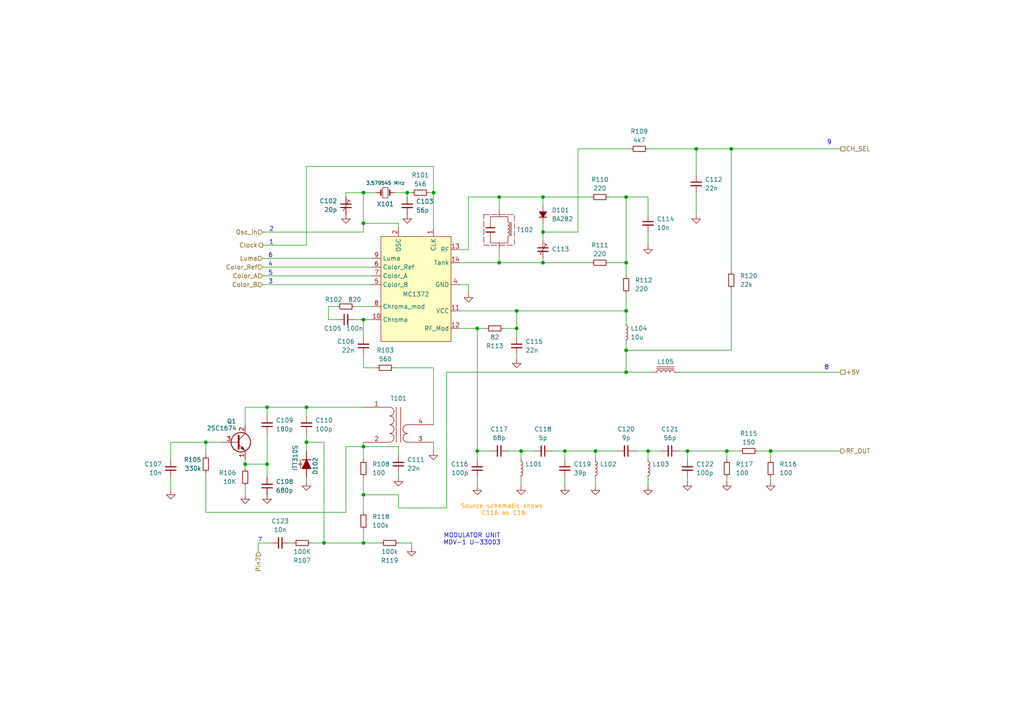
<source format=kicad_sch>
(kicad_sch (version 20231120) (generator "eeschema") (generator_version "8.0")
  (paper "A4")
  (lib_symbols
    (symbol "Device:C_Small" (pin_numbers hide) (pin_names (offset 0.254) hide)
      (property "Reference" "C" (at 0.254 1.778 0))
      (property "Value" "C_Small" (at 0.254 -2.032 0))
      (symbol "C_Small_0_1"
        (polyline (pts (xy -1.524 -0.508) (xy 1.524 -0.508)) (stroke (width 0.3302)))
        (polyline (pts (xy -1.524 0.508) (xy 1.524 0.508)) (stroke (width 0.3048)))
      )
      (symbol "C_Small_1_1"
        (pin passive line (at 0 2.54 270) (length 2.032) (name "~") (number "1"))
        (pin passive line (at 0 -2.54 90) (length 2.032) (name "~") (number "2"))
      )
    )
    (symbol "Device:C_Trim_Small" (pin_numbers hide) (pin_names (offset 0.254) hide)
      (property "Reference" "C" (at 1.524 -2.032 0))
      (property "Value" "C_Trim_Small" (at 3.048 -3.556 0))
      (symbol "C_Trim_Small_0_1"
        (polyline (pts (xy -1.524 -0.508) (xy 1.524 -0.508)) (stroke (width 0.3048)))
        (polyline (pts (xy -1.524 0.508) (xy 1.524 0.508)) (stroke (width 0.3048)))
        (polyline (pts (xy 0.762 1.524) (xy -0.762 -1.524)) (stroke (width 0.1778)))
        (polyline (pts (xy 1.27 1.27) (xy 0.381 1.778)) (stroke (width 0.1778)))
      )
      (symbol "C_Trim_Small_1_1"
        (pin passive line (at 0 2.54 270) (length 2.032) (name "~") (number "1"))
        (pin passive line (at 0 -2.54 90) (length 2.032) (name "~") (number "2"))
      )
    )
    (symbol "Device:Crystal_Small" (pin_numbers hide) (pin_names (offset 1.016) hide)
      (property "Reference" "Y" (at 0 2.54 0))
      (property "Value" "Crystal_Small" (at 0 -2.54 0))
      (symbol "Crystal_Small_0_1"
        (rectangle (start -0.762 -1.524) (end 0.762 1.524))
        (polyline (pts (xy -1.27 -0.762) (xy -1.27 0.762)) (stroke (width 0.381)))
        (polyline (pts (xy 1.27 -0.762) (xy 1.27 0.762)) (stroke (width 0.381)))
      )
      (symbol "Crystal_Small_1_1"
        (pin passive line (at -2.54 0 0) (length 1.27) (name "1") (number "1"))
        (pin passive line (at 2.54 0 180) (length 1.27) (name "2") (number "2"))
      )
    )
    (symbol "Device:D_Capacitance_Filled" (pin_numbers hide) (pin_names (offset 1.016) hide)
      (property "Reference" "D" (at 0 2.54 0))
      (property "Value" "D_Capacitance_Filled" (at 0 -3.302 0))
      (symbol "D_Capacitance_Filled_0_1"
        (polyline (pts (xy -1.27 -1.778) (xy -0.1524 -1.778)))
        (polyline (pts (xy -1.27 0) (xy 1.27 0)))
        (polyline (pts (xy -1.27 1.27) (xy -1.27 -1.27)) (stroke (width 0.254)))
        (polyline (pts (xy -0.1524 -1.27) (xy -0.1524 -2.286)))
        (polyline (pts (xy 0.1524 -1.778) (xy 1.27 -1.778)))
        (polyline (pts (xy 0.1524 -1.27) (xy 0.1524 -2.286)))
        (polyline (pts (xy 1.27 1.27) (xy 1.27 -1.27) (xy -1.27 0) (xy 1.27 1.27)) (stroke (width 0.254)) (fill (type outline)))
      )
      (symbol "D_Capacitance_Filled_1_1"
        (pin passive line (at -3.81 0 0) (length 2.54) (name "K") (number "1"))
        (pin passive line (at 3.81 0 180) (length 2.54) (name "A") (number "2"))
      )
    )
    (symbol "Device:D_Small_Filled" (pin_numbers hide) (pin_names (offset 0.254) hide)
      (property "Reference" "D" (at -1.27 2.032 0))
      (property "Value" "D_Small_Filled" (at -3.81 -2.032 0))
      (symbol "D_Small_Filled_0_1"
        (polyline (pts (xy -0.762 -1.016) (xy -0.762 1.016)) (stroke (width 0.254)))
        (polyline (pts (xy -0.762 0) (xy 0.762 0)))
        (polyline (pts (xy 0.762 -1.016) (xy -0.762 0) (xy 0.762 1.016) (xy 0.762 -1.016)) (stroke (width 0.254)) (fill (type outline)))
      )
      (symbol "D_Small_Filled_1_1"
        (pin passive line (at -2.54 0 0) (length 1.778) (name "K") (number "1"))
        (pin passive line (at 2.54 0 180) (length 1.778) (name "A") (number "2"))
      )
    )
    (symbol "Device:L_Ferrite_Small" (pin_numbers hide) (pin_names (offset 0.254) hide)
      (property "Reference" "T102" (at 5.08 -0.6349 0))
      (symbol "L_Ferrite_Small_0_1"
        (polyline (pts (xy -3.81 -1.27) (xy -1.27 -1.27)) (stroke (width 0.3302)))
        (polyline (pts (xy -3.81 0) (xy -1.27 0)) (stroke (width 0.3048)))
        (polyline (pts (xy 3.3042 -2.286) (xy 3.3042 -2.032)))
        (polyline (pts (xy 3.3042 -1.778) (xy 3.3042 -1.524)))
        (polyline (pts (xy 3.3042 -1.27) (xy 3.3042 -1.016)))
        (polyline (pts (xy 3.3042 -0.762) (xy 3.3042 -0.508)))
        (polyline (pts (xy 3.3042 -0.254) (xy 3.3042 0)))
        (polyline (pts (xy 3.3042 0.254) (xy 3.3042 0.508)))
        (polyline (pts (xy 3.3042 0.762) (xy 3.3042 1.016)))
        (polyline (pts (xy 3.3042 1.27) (xy 3.3042 1.524)))
        (polyline (pts (xy 3.5582 -2.032) (xy 3.5582 -2.286)))
        (polyline (pts (xy 3.5582 -1.524) (xy 3.5582 -1.778)))
        (polyline (pts (xy 3.5582 -1.016) (xy 3.5582 -1.27)))
        (polyline (pts (xy 3.5582 -0.508) (xy 3.5582 -0.762)))
        (polyline (pts (xy 3.5582 0) (xy 3.5582 -0.254)))
        (polyline (pts (xy 3.5582 0.508) (xy 3.5582 0.254)))
        (polyline (pts (xy 3.5582 1.016) (xy 3.5582 0.762)))
        (polyline (pts (xy 3.5582 1.524) (xy 3.5582 1.27)))
        (polyline (pts (xy 2.54 -2.54) (xy 2.54 -4.445) (xy -2.54 -4.445) (xy -2.54 -1.27)))
        (polyline (pts (xy -2.54 0) (xy -2.54 3.175) (xy 1.27 3.175) (xy 2.54 3.175) (xy 2.54 1.778)))
        (arc (start 2.5422 -2.413) (mid 3.048 -1.905) (end 2.5422 -1.397))
        (arc (start 2.5422 -1.397) (mid 3.048 -0.889) (end 2.5422 -0.381))
        (arc (start 2.5422 -0.381) (mid 3.048 0.127) (end 2.5422 0.635))
        (arc (start 2.5422 0.635) (mid 3.048 1.143) (end 2.5422 1.651))
      )
      (symbol "L_Ferrite_Small_1_1"
        (rectangle (start -4.445 3.81) (end 4.445 -5.08) (stroke (width 0) (type dash)))
        (pin passive line (at 0 5.08 270) (length 1.905) (name "~") (number "1"))
        (pin passive line (at 0 -6.35 90) (length 1.905) (name "~") (number "2"))
      )
    )
    (symbol "Device:L_Iron" (pin_numbers hide) (pin_names (offset 1.016) hide)
      (property "Reference" "L" (at -1.27 0 90))
      (property "Value" "L_Iron" (at 2.794 0 90))
      (symbol "L_Iron_0_1"
        (arc (start 0 -2.54) (mid 0.6323 -1.905) (end 0 -1.27))
        (arc (start 0 -1.27) (mid 0.6323 -0.635) (end 0 0))
        (polyline (pts (xy 1.016 2.54) (xy 1.016 -2.54)))
        (polyline (pts (xy 1.524 -2.54) (xy 1.524 2.54)))
        (arc (start 0 0) (mid 0.6323 0.635) (end 0 1.27))
        (arc (start 0 1.27) (mid 0.6323 1.905) (end 0 2.54))
      )
      (symbol "L_Iron_1_1"
        (pin passive line (at 0 3.81 270) (length 1.27) (name "1") (number "1"))
        (pin passive line (at 0 -3.81 90) (length 1.27) (name "2") (number "2"))
      )
    )
    (symbol "Device:L_Small" (pin_numbers hide) (pin_names (offset 0.254) hide)
      (property "Reference" "L" (at 0.762 1.016 0))
      (property "Value" "L_Small" (at 0.762 -1.016 0))
      (symbol "L_Small_0_1"
        (arc (start 0 -2.032) (mid 0.5058 -1.524) (end 0 -1.016))
        (arc (start 0 -1.016) (mid 0.5058 -0.508) (end 0 0))
        (arc (start 0 0) (mid 0.5058 0.508) (end 0 1.016))
        (arc (start 0 1.016) (mid 0.5058 1.524) (end 0 2.032))
      )
      (symbol "L_Small_1_1"
        (pin passive line (at 0 2.54 270) (length 0.508) (name "~") (number "1"))
        (pin passive line (at 0 -2.54 90) (length 0.508) (name "~") (number "2"))
      )
    )
    (symbol "Device:Q_NPN_ECB" (pin_names (offset 0) hide)
      (property "Reference" "Q" (at 5.08 1.27 0))
      (property "Value" "Q_NPN_ECB" (at 5.08 -1.27 0))
      (symbol "Q_NPN_ECB_0_1"
        (polyline (pts (xy 0.635 0.635) (xy 2.54 2.54)))
        (polyline (pts (xy 0.635 -0.635) (xy 2.54 -2.54) (xy 2.54 -2.54)))
        (polyline (pts (xy 0.635 1.905) (xy 0.635 -1.905) (xy 0.635 -1.905)) (stroke (width 0.508)))
        (polyline (pts (xy 1.27 -1.778) (xy 1.778 -1.27) (xy 2.286 -2.286) (xy 1.27 -1.778) (xy 1.27 -1.778)) (fill (type outline)))
        (circle (center 1.27 0) (radius 2.8194) (stroke (width 0.254)))
      )
      (symbol "Q_NPN_ECB_1_1"
        (pin passive line (at 2.54 -5.08 90) (length 2.54) (name "E") (number "1"))
        (pin passive line (at 2.54 5.08 270) (length 2.54) (name "C") (number "2"))
        (pin passive line (at -5.08 0 0) (length 5.715) (name "B") (number "3"))
      )
    )
    (symbol "Device:R_Small" (pin_numbers hide) (pin_names (offset 0.254) hide)
      (property "Reference" "R" (at 0.762 0.508 0))
      (property "Value" "R_Small" (at 0.762 -1.016 0))
      (symbol "R_Small_0_1"
        (rectangle (start -0.762 1.778) (end 0.762 -1.778) (stroke (width 0.2032)))
      )
      (symbol "R_Small_1_1"
        (pin passive line (at 0 2.54 270) (length 0.762) (name "~") (number "1"))
        (pin passive line (at 0 -2.54 90) (length 0.762) (name "~") (number "2"))
      )
    )
    (symbol "Device:Transformer_1P_1S" (pin_names (offset 1.016) hide)
      (property "Reference" "T?" (at 0.0127 10.16 0))
      (property "Value" "Transformer_1P_1S" (at 0.0127 7.62 0))
      (symbol "Transformer_1P_1S_0_1"
        (arc (start -2.54 -5.0546) (mid -1.6599 -4.6901) (end -1.27 -3.81))
        (arc (start -2.54 -2.5146) (mid -1.6599 -2.1501) (end -1.27 -1.27))
        (arc (start -2.54 0.0254) (mid -1.6599 0.3899) (end -1.27 1.27))
        (arc (start -2.54 2.5654) (mid -1.6599 2.9299) (end -1.27 3.81))
        (arc (start -1.27 -3.81) (mid -1.642 -2.912) (end -2.54 -2.54))
        (arc (start -1.27 -1.27) (mid -1.642 -0.372) (end -2.54 0))
        (arc (start -1.27 1.27) (mid -1.642 2.168) (end -2.54 2.54))
        (arc (start -1.27 3.81) (mid -1.642 4.708) (end -2.54 5.08))
        (polyline (pts (xy -0.635 5.08) (xy -0.635 -5.08)))
        (polyline (pts (xy 0.635 -5.08) (xy 0.635 5.08)))
        (arc (start 1.2954 -1.27) (mid 1.6599 -2.1501) (end 2.54 -2.5146))
        (arc (start 1.3208 -3.81) (mid 1.6853 -4.6901) (end 2.5654 -5.0546))
        (arc (start 2.54 0) (mid 1.6458 -0.3685) (end 1.2954 -1.27))
        (arc (start 2.5654 -2.54) (mid 1.6674 -2.912) (end 1.3208 -3.81))
      )
      (symbol "Transformer_1P_1S_1_1"
        (pin passive line (at -10.16 5.08 0) (length 7.62) (name "AA") (number "1"))
        (pin passive line (at -10.16 -5.08 0) (length 7.62) (name "AB") (number "2"))
        (pin passive line (at 10.16 -5.08 180) (length 7.62) (name "SA") (number "3"))
        (pin passive line (at 10.16 0 180) (length 7.62) (name "SB") (number "4"))
      )
    )
    (symbol "TRS-80 MC-10 Symbols:MC1372"
      (property "Reference" "U" (at 6.35 14.478 0))
      (property "Value" "MC1372" (at 9.398 12.7 0))
      (symbol "MC1372_0_1"
        (rectangle (start -10.16 11.43) (end 10.16 -19.05) (fill (type background)))
      )
      (symbol "MC1372_1_1"
        (pin output line (at 5.08 13.97 270) (length 2.54) (name "CLK") (number "1"))
        (pin input line (at -12.7 -12.7 0) (length 2.54) (name "Chroma") (number "10"))
        (pin power_in line (at 12.7 -10.16 180) (length 2.54) (name "VCC") (number "11"))
        (pin output line (at 12.7 -15.24 180) (length 2.54) (name "RF_Mod") (number "12"))
        (pin passive line (at 12.7 7.62 180) (length 2.54) (name "RF") (number "13"))
        (pin passive line (at 12.7 3.81 180) (length 2.54) (name "Tank") (number "14"))
        (pin input line (at -5.08 13.97 270) (length 2.54) (name "OSC") (number "2"))
        (pin power_in line (at 12.7 -2.54 180) (length 2.54) (name "GND") (number "4"))
        (pin input line (at -12.7 -2.54 0) (length 2.54) (name "Color_B") (number "5"))
        (pin input line (at -12.7 2.54 0) (length 2.54) (name "Color_Ref") (number "6"))
        (pin input line (at -12.7 0 0) (length 2.54) (name "Color_A") (number "7"))
        (pin output line (at -12.7 -8.89 0) (length 2.54) (name "Chroma_mod") (number "8"))
        (pin input line (at -12.7 5.08 0) (length 2.54) (name "Luma") (number "9"))
      )
    )
    (symbol "power:GND" (power) (pin_numbers hide) (pin_names (offset 0) hide)
      (property "Value" "GND" (at 0 -3.81 0))
      (symbol "GND_0_1"
        (polyline (pts (xy 0 0) (xy 0 -1.27) (xy 1.27 -1.27) (xy 0 -2.54) (xy -1.27 -1.27) (xy 0 -1.27)))
      )
      (symbol "GND_1_1"
        (pin power_in line (at 0 0 270) (length 0) (name "~") (number "1"))
      )
    )
  )
  (junction (at 105.41 143.51))
  (junction (at 88.9 128.27))
  (junction (at 212.09 43.18))
  (junction (at 187.96 130.81))
  (junction (at 59.69 128.27))
  (junction (at 181.61 90.17))
  (junction (at 138.43 95.25))
  (junction (at 71.12 134.62))
  (junction (at 105.41 92.71))
  (junction (at 199.39 130.81))
  (junction (at 157.48 76.2))
  (junction (at 157.48 57.15))
  (junction (at 105.41 157.48))
  (junction (at 93.98 157.48))
  (junction (at 77.47 134.62))
  (junction (at 172.72 130.81))
  (junction (at 77.47 118.11))
  (junction (at 181.61 107.95))
  (junction (at 118.11 55.88))
  (junction (at 149.86 90.17))
  (junction (at 88.9 118.11))
  (junction (at 105.41 129.54))
  (junction (at 157.48 67.31))
  (junction (at 201.93 43.18))
  (junction (at 151.13 130.81))
  (junction (at 138.43 130.81))
  (junction (at 144.78 57.15))
  (junction (at 105.41 64.77))
  (junction (at 210.82 130.81))
  (junction (at 149.86 95.25))
  (junction (at 181.61 57.15))
  (junction (at 105.41 55.88))
  (junction (at 181.61 101.6))
  (junction (at 144.78 76.2))
  (junction (at 163.83 130.81))
  (junction (at 223.52 130.81))
  (junction (at 125.73 55.88))
  (junction (at 181.61 76.2))
  (wire (pts (xy 138.43 130.81) (xy 138.43 133.35)))
  (wire (pts (xy 181.61 57.15) (xy 187.96 57.15)))
  (wire (pts (xy 119.38 157.48) (xy 119.38 158.75)))
  (wire (pts (xy 105.41 157.48) (xy 110.49 157.48)))
  (wire (pts (xy 59.69 128.27) (xy 49.53 128.27)))
  (wire (pts (xy 95.25 88.9) (xy 95.25 92.71)))
  (wire (pts (xy 212.09 43.18) (xy 243.84 43.18)))
  (wire (pts (xy 63.5 128.27) (xy 59.69 128.27)))
  (wire (pts (xy 144.78 72.39) (xy 144.78 76.2)))
  (wire (pts (xy 184.15 130.81) (xy 187.96 130.81)))
  (wire (pts (xy 210.82 138.43) (xy 210.82 139.7)))
  (wire (pts (xy 196.85 130.81) (xy 199.39 130.81)))
  (wire (pts (xy 129.54 147.32) (xy 129.54 107.95)))
  (wire (pts (xy 88.9 118.11) (xy 105.41 118.11)))
  (wire (pts (xy 160.02 130.81) (xy 163.83 130.81)))
  (wire (pts (xy 88.9 128.27) (xy 88.9 130.81)))
  (wire (pts (xy 157.48 57.15) (xy 171.45 57.15)))
  (wire (pts (xy 105.41 102.87) (xy 105.41 106.68)))
  (wire (pts (xy 83.82 157.48) (xy 85.09 157.48)))
  (wire (pts (xy 181.61 90.17) (xy 181.61 93.98)))
  (wire (pts (xy 199.39 130.81) (xy 199.39 133.35)))
  (wire (pts (xy 105.41 64.77) (xy 115.57 64.77)))
  (wire (pts (xy 172.72 130.81) (xy 172.72 133.35)))
  (wire (pts (xy 144.78 57.15) (xy 144.78 60.96)))
  (wire (pts (xy 138.43 138.43) (xy 138.43 140.97)))
  (wire (pts (xy 201.93 43.18) (xy 212.09 43.18)))
  (wire (pts (xy 105.41 129.54) (xy 115.57 129.54)))
  (wire (pts (xy 199.39 138.43) (xy 199.39 139.7)))
  (wire (pts (xy 107.95 74.93) (xy 76.2 74.93)))
  (wire (pts (xy 119.38 55.88) (xy 118.11 55.88)))
  (wire (pts (xy 78.74 157.48) (xy 74.93 157.48)))
  (wire (pts (xy 59.69 137.16) (xy 59.69 148.59)))
  (wire (pts (xy 157.48 59.69) (xy 157.48 57.15)))
  (wire (pts (xy 105.41 138.43) (xy 105.41 143.51)))
  (wire (pts (xy 115.57 137.16) (xy 115.57 138.43)))
  (wire (pts (xy 212.09 43.18) (xy 212.09 78.74)))
  (wire (pts (xy 76.2 71.12) (xy 88.9 71.12)))
  (wire (pts (xy 181.61 85.09) (xy 181.61 90.17)))
  (wire (pts (xy 151.13 138.43) (xy 151.13 140.97)))
  (wire (pts (xy 179.07 130.81) (xy 172.72 130.81)))
  (wire (pts (xy 115.57 66.04) (xy 115.57 64.77)))
  (wire (pts (xy 71.12 118.11) (xy 77.47 118.11)))
  (wire (pts (xy 102.87 88.9) (xy 107.95 88.9)))
  (wire (pts (xy 100.33 129.54) (xy 100.33 148.59)))
  (wire (pts (xy 212.09 101.6) (xy 212.09 83.82)))
  (wire (pts (xy 88.9 125.73) (xy 88.9 128.27)))
  (wire (pts (xy 115.57 129.54) (xy 115.57 132.08)))
  (wire (pts (xy 181.61 107.95) (xy 189.23 107.95)))
  (wire (pts (xy 181.61 76.2) (xy 181.61 80.01)))
  (wire (pts (xy 181.61 99.06) (xy 181.61 101.6)))
  (wire (pts (xy 135.89 82.55) (xy 135.89 85.09)))
  (wire (pts (xy 115.57 143.51) (xy 115.57 147.32)))
  (wire (pts (xy 100.33 55.88) (xy 100.33 57.15)))
  (wire (pts (xy 181.61 57.15) (xy 181.61 76.2)))
  (wire (pts (xy 71.12 140.97) (xy 71.12 143.51)))
  (wire (pts (xy 223.52 138.43) (xy 223.52 139.7)))
  (wire (pts (xy 125.73 128.27) (xy 125.73 130.81)))
  (wire (pts (xy 163.83 130.81) (xy 163.83 133.35)))
  (wire (pts (xy 49.53 138.43) (xy 49.53 142.24)))
  (wire (pts (xy 138.43 95.25) (xy 138.43 130.81)))
  (wire (pts (xy 163.83 130.81) (xy 172.72 130.81)))
  (wire (pts (xy 133.35 95.25) (xy 138.43 95.25)))
  (wire (pts (xy 138.43 130.81) (xy 142.24 130.81)))
  (wire (pts (xy 77.47 118.11) (xy 77.47 120.65)))
  (wire (pts (xy 196.85 107.95) (xy 243.84 107.95)))
  (wire (pts (xy 93.98 157.48) (xy 105.41 157.48)))
  (wire (pts (xy 105.41 64.77) (xy 105.41 67.31)))
  (wire (pts (xy 167.64 43.18) (xy 167.64 67.31)))
  (wire (pts (xy 88.9 118.11) (xy 88.9 120.65)))
  (wire (pts (xy 133.35 72.39) (xy 135.89 72.39)))
  (wire (pts (xy 105.41 129.54) (xy 105.41 133.35)))
  (wire (pts (xy 181.61 101.6) (xy 212.09 101.6)))
  (wire (pts (xy 149.86 90.17) (xy 181.61 90.17)))
  (wire (pts (xy 187.96 43.18) (xy 201.93 43.18)))
  (wire (pts (xy 97.79 88.9) (xy 95.25 88.9)))
  (wire (pts (xy 105.41 55.88) (xy 100.33 55.88)))
  (wire (pts (xy 182.88 43.18) (xy 167.64 43.18)))
  (wire (pts (xy 129.54 107.95) (xy 181.61 107.95)))
  (wire (pts (xy 105.41 92.71) (xy 107.95 92.71)))
  (wire (pts (xy 109.22 55.88) (xy 105.41 55.88)))
  (wire (pts (xy 157.48 64.77) (xy 157.48 67.31)))
  (wire (pts (xy 140.97 95.25) (xy 138.43 95.25)))
  (wire (pts (xy 201.93 62.23) (xy 201.93 55.88)))
  (wire (pts (xy 176.53 76.2) (xy 181.61 76.2)))
  (wire (pts (xy 172.72 138.43) (xy 172.72 140.97)))
  (wire (pts (xy 118.11 55.88) (xy 118.11 57.15)))
  (wire (pts (xy 210.82 130.81) (xy 210.82 133.35)))
  (wire (pts (xy 93.98 128.27) (xy 88.9 128.27)))
  (wire (pts (xy 144.78 57.15) (xy 157.48 57.15)))
  (wire (pts (xy 105.41 106.68) (xy 109.22 106.68)))
  (wire (pts (xy 133.35 76.2) (xy 144.78 76.2)))
  (wire (pts (xy 77.47 125.73) (xy 77.47 134.62)))
  (wire (pts (xy 201.93 43.18) (xy 201.93 50.8)))
  (wire (pts (xy 105.41 128.27) (xy 105.41 129.54)))
  (wire (pts (xy 187.96 130.81) (xy 191.77 130.81)))
  (wire (pts (xy 114.3 106.68) (xy 125.73 106.68)))
  (wire (pts (xy 219.71 130.81) (xy 223.52 130.81)))
  (wire (pts (xy 95.25 92.71) (xy 97.79 92.71)))
  (wire (pts (xy 144.78 76.2) (xy 157.48 76.2)))
  (wire (pts (xy 151.13 130.81) (xy 154.94 130.81)))
  (wire (pts (xy 176.53 57.15) (xy 181.61 57.15)))
  (wire (pts (xy 71.12 133.35) (xy 71.12 134.62)))
  (wire (pts (xy 59.69 128.27) (xy 59.69 132.08)))
  (wire (pts (xy 223.52 130.81) (xy 243.84 130.81)))
  (wire (pts (xy 187.96 130.81) (xy 187.96 133.35)))
  (wire (pts (xy 199.39 130.81) (xy 210.82 130.81)))
  (wire (pts (xy 157.48 74.93) (xy 157.48 76.2)))
  (wire (pts (xy 149.86 90.17) (xy 149.86 95.25)))
  (wire (pts (xy 115.57 157.48) (xy 119.38 157.48)))
  (wire (pts (xy 107.95 80.01) (xy 76.2 80.01)))
  (wire (pts (xy 71.12 123.19) (xy 71.12 118.11)))
  (wire (pts (xy 125.73 55.88) (xy 125.73 48.26)))
  (wire (pts (xy 125.73 55.88) (xy 124.46 55.88)))
  (wire (pts (xy 187.96 67.31) (xy 187.96 71.12)))
  (wire (pts (xy 157.48 76.2) (xy 171.45 76.2)))
  (wire (pts (xy 93.98 157.48) (xy 93.98 128.27)))
  (wire (pts (xy 90.17 157.48) (xy 93.98 157.48)))
  (wire (pts (xy 74.93 157.48) (xy 74.93 160.02)))
  (wire (pts (xy 146.05 95.25) (xy 149.86 95.25)))
  (wire (pts (xy 114.3 55.88) (xy 118.11 55.88)))
  (wire (pts (xy 149.86 102.87) (xy 149.86 104.14)))
  (wire (pts (xy 107.95 82.55) (xy 76.2 82.55)))
  (wire (pts (xy 147.32 130.81) (xy 151.13 130.81)))
  (wire (pts (xy 88.9 118.11) (xy 77.47 118.11)))
  (wire (pts (xy 133.35 90.17) (xy 149.86 90.17)))
  (wire (pts (xy 88.9 48.26) (xy 88.9 71.12)))
  (wire (pts (xy 187.96 138.43) (xy 187.96 140.97)))
  (wire (pts (xy 181.61 101.6) (xy 181.61 107.95)))
  (wire (pts (xy 105.41 153.67) (xy 105.41 157.48)))
  (wire (pts (xy 115.57 147.32) (xy 129.54 147.32)))
  (wire (pts (xy 135.89 57.15) (xy 144.78 57.15)))
  (wire (pts (xy 135.89 72.39) (xy 135.89 57.15)))
  (wire (pts (xy 149.86 95.25) (xy 149.86 97.79)))
  (wire (pts (xy 105.41 129.54) (xy 100.33 129.54)))
  (wire (pts (xy 71.12 134.62) (xy 77.47 134.62)))
  (wire (pts (xy 105.41 55.88) (xy 105.41 64.77)))
  (wire (pts (xy 105.41 143.51) (xy 115.57 143.51)))
  (wire (pts (xy 157.48 67.31) (xy 157.48 69.85)))
  (wire (pts (xy 187.96 57.15) (xy 187.96 62.23)))
  (wire (pts (xy 105.41 92.71) (xy 105.41 97.79)))
  (wire (pts (xy 223.52 130.81) (xy 223.52 133.35)))
  (wire (pts (xy 163.83 138.43) (xy 163.83 140.97)))
  (wire (pts (xy 77.47 134.62) (xy 77.47 138.43)))
  (wire (pts (xy 107.95 77.47) (xy 76.2 77.47)))
  (wire (pts (xy 214.63 130.81) (xy 210.82 130.81)))
  (wire (pts (xy 59.69 148.59) (xy 100.33 148.59)))
  (wire (pts (xy 88.9 48.26) (xy 125.73 48.26)))
  (wire (pts (xy 157.48 67.31) (xy 167.64 67.31)))
  (wire (pts (xy 151.13 130.81) (xy 151.13 133.35)))
  (wire (pts (xy 71.12 134.62) (xy 71.12 135.89)))
  (wire (pts (xy 88.9 138.43) (xy 88.9 139.7)))
  (wire (pts (xy 105.41 143.51) (xy 105.41 148.59)))
  (wire (pts (xy 76.2 67.31) (xy 105.41 67.31)))
  (wire (pts (xy 102.87 92.71) (xy 105.41 92.71)))
  (wire (pts (xy 49.53 128.27) (xy 49.53 133.35)))
  (wire (pts (xy 125.73 106.68) (xy 125.73 123.19)))
  (wire (pts (xy 133.35 82.55) (xy 135.89 82.55)))
  (wire (pts (xy 125.73 55.88) (xy 125.73 66.04)))
  (text "4" (at 78.486 76.708 0) (effects (font (size 1.27 1.27))))
  (text "2" (at 78.74 66.548 0) (effects (font (size 1.27 1.27))))
  (text "6" (at 78.486 74.168 0) (effects (font (size 1.27 1.27))))
  (text "8" (at 239.776 106.68 0) (effects (font (size 1.27 1.27))))
  (text "MODULATOR UNIT\nMDV-1 U-33003" (at 136.906 156.464 0) (effects (font (size 1.27 1.27))))
  (text "5" (at 78.486 79.248 0) (effects (font (size 1.27 1.27))))
  (text "Source schematic shows \nC116 as C16" (at 146.05 147.955 0) (effects (font (size 1.27 1.27))))
  (text "7" (at 75.438 156.718 0) (effects (font (size 1.27 1.27))))
  (text "3" (at 78.486 81.788 0) (effects (font (size 1.27 1.27))))
  (text "9" (at 240.538 41.402 0) (effects (font (size 1.27 1.27))))
  (text "1" (at 78.74 70.358 0) (effects (font (size 1.27 1.27))))
  (hierarchical_label "RF_OUT" (shape output) (at 243.84 130.81 0))
  (hierarchical_label "Clock" (shape output) (at 76.2 71.12 180))
  (hierarchical_label "Pin7" (shape input) (at 74.93 160.02 270))
  (hierarchical_label "+5V" (shape passive) (at 243.84 107.95 0))
  (hierarchical_label "Osc_In" (shape input) (at 76.2 67.31 180))
  (hierarchical_label "Luma" (shape input) (at 76.2 74.93 180))
  (hierarchical_label "Color_A" (shape input) (at 76.2 80.01 180))
  (hierarchical_label "CH_SEL" (shape passive) (at 243.84 43.18 0))
  (hierarchical_label "Color_B" (shape input) (at 76.2 82.55 180))
  (hierarchical_label "Color_Ref" (shape input) (at 76.2 77.47 180))
  (symbol (lib_id "Device:C_Small") (at 115.57 134.62 180) (unit 1)
    (property "Reference" "C111" (at 118.11 133.3435 0) (effects (justify right)))
    (property "Value" "22n" (at 118.11 135.8835 0) (effects (justify right)))
    (property "Description" "Unpolarized capacitor, small symbol" (effects (hide yes)))
  )
  (symbol (lib_id "power:GND") (at 88.9 139.7 0) (unit 1)
    (property "Reference" "#PWR077" (effects (hide yes)))
    (property "Value" "GND" (effects (hide yes)))
    (property "Description" "Power symbol creates a global label with name \"GND\" , ground" (effects (hide yes)))
  )
  (symbol (lib_id "power:GND") (at 115.57 138.43 0) (unit 1)
    (property "Reference" "#PWR075" (effects (hide yes)))
    (property "Value" "GND" (effects (hide yes)))
    (property "Description" "Power symbol creates a global label with name \"GND\" , ground" (effects (hide yes)))
  )
  (symbol (lib_id "power:GND") (at 223.52 139.7 0) (unit 1)
    (property "Reference" "#PWR082" (effects (hide yes)))
    (property "Value" "GND" (effects (hide yes)))
    (property "Description" "Power symbol creates a global label with name \"GND\" , ground" (effects (hide yes)))
  )
  (symbol (lib_id "Device:R_Small") (at 212.09 81.28 180) (unit 1)
    (property "Reference" "R120" (at 214.63 80.0099 0) (effects (justify right)))
    (property "Value" "22k" (at 214.63 82.5499 0) (effects (justify right)))
    (property "Description" "Resistor, small symbol" (effects (hide yes)))
  )
  (symbol (lib_id "Device:Transformer_1P_1S") (at 115.57 123.19 0) (unit 1)
    (property "Reference" "T101" (at 115.5827 115.57 0))
    (property "Value" "Transformer_1P_1S" (effects (hide yes)))
    (property "Description" "Transformer, single primary, single secondary" (effects (hide yes)))
  )
  (symbol (lib_id "power:GND") (at 201.93 62.23 0) (unit 1)
    (property "Reference" "#PWR090" (effects (hide yes)))
    (property "Value" "GND" (effects (hide yes)))
    (property "Description" "Power symbol creates a global label with name \"GND\" , ground" (effects (hide yes)))
  )
  (symbol (lib_id "Device:R_Small") (at 105.41 135.89 180) (unit 1)
    (property "Reference" "R108" (at 107.95 134.6199 0) (effects (justify right)))
    (property "Value" "100" (at 107.95 137.1599 0) (effects (justify right)))
    (property "Description" "Resistor, small symbol" (effects (hide yes)))
  )
  (symbol (lib_id "Device:C_Small") (at 49.53 135.89 0) (mirror x) (unit 1)
    (property "Reference" "C107" (at 46.99 134.6135 0) (effects (justify right)))
    (property "Value" "10n" (at 46.99 137.1535 0) (effects (justify right)))
    (property "Description" "Unpolarized capacitor, small symbol" (effects (hide yes)))
  )
  (symbol (lib_id "Device:R_Small") (at 210.82 135.89 180) (unit 1)
    (property "Reference" "R117" (at 213.36 134.6199 0) (effects (justify right)))
    (property "Value" "100" (at 213.36 137.1599 0) (effects (justify right)))
    (property "Description" "Resistor, small symbol" (effects (hide yes)))
  )
  (symbol (lib_id "power:GND") (at 210.82 139.7 0) (unit 1)
    (property "Reference" "#PWR083" (effects (hide yes)))
    (property "Value" "GND" (effects (hide yes)))
    (property "Description" "Power symbol creates a global label with name \"GND\" , ground" (effects (hide yes)))
  )
  (symbol (lib_id "power:GND") (at 71.12 143.51 0) (unit 1)
    (property "Reference" "#PWR079" (effects (hide yes)))
    (property "Value" "GND" (effects (hide yes)))
    (property "Description" "Power symbol creates a global label with name \"GND\" , ground" (effects (hide yes)))
  )
  (symbol (lib_id "power:GND") (at 199.39 139.7 0) (unit 1)
    (property "Reference" "#PWR084" (effects (hide yes)))
    (property "Value" "GND" (effects (hide yes)))
    (property "Description" "Power symbol creates a global label with name \"GND\" , ground" (effects (hide yes)))
  )
  (symbol (lib_id "Device:C_Small") (at 157.48 130.81 270) (mirror x) (unit 1)
    (property "Reference" "C118" (at 157.4736 124.46 90))
    (property "Value" "5p" (at 157.4736 127 90))
    (property "Description" "Unpolarized capacitor, small symbol" (effects (hide yes)))
  )
  (symbol (lib_id "Device:R_Small") (at 113.03 157.48 90) (unit 1)
    (property "Reference" "R119" (at 113.03 162.56 90))
    (property "Value" "100k" (at 113.03 160.02 90))
    (property "Description" "Resistor, small symbol" (effects (hide yes)))
  )
  (symbol (lib_id "Device:R_Small") (at 111.76 106.68 90) (unit 1)
    (property "Reference" "R103" (at 111.76 101.6 90))
    (property "Value" "560" (at 111.76 104.14 90))
    (property "Description" "Resistor, small symbol" (effects (hide yes)))
  )
  (symbol (lib_id "Device:Crystal_Small") (at 111.76 55.88 0) (unit 1)
    (property "Reference" "X101" (at 111.76 59.182 0))
    (property "Value" "3.579545 MHz" (at 111.76 53.086 0) (effects (font (size 1.016 1.016))))
    (property "Description" "Two pin crystal, small symbol" (effects (hide yes)))
  )
  (symbol (lib_id "power:GND") (at 163.83 140.97 0) (unit 1)
    (property "Reference" "#PWR087" (effects (hide yes)))
    (property "Value" "GND" (effects (hide yes)))
    (property "Description" "Power symbol creates a global label with name \"GND\" , ground" (effects (hide yes)))
  )
  (symbol (lib_id "Device:R_Small") (at 100.33 88.9 90) (unit 1)
    (property "Reference" "R102" (at 96.774 86.868 90))
    (property "Value" "820" (at 102.87 86.868 90))
    (property "Description" "Resistor, small symbol" (effects (hide yes)))
  )
  (symbol (lib_id "TRS-80 MC-10 Symbols:MC1372") (at 120.65 80.01 0) (unit 1)
    (property "Reference" "U100" (effects (hide yes)))
    (property "Value" "MC1372" (at 120.65 85.344 0))
    (property "Description" "Color TV Video Modulator Circuit, Silicon Monolithic" (effects (hide yes)))
  )
  (symbol (lib_id "power:GND") (at 119.38 158.75 0) (unit 1)
    (property "Reference" "#PWR076" (effects (hide yes)))
    (property "Value" "GND" (effects (hide yes)))
    (property "Description" "Power symbol creates a global label with name \"GND\" , ground" (effects (hide yes)))
  )
  (symbol (lib_id "Device:L_Iron") (at 193.04 107.95 270) (mirror x) (unit 1)
    (property "Reference" "L105" (at 193.04 104.902 90))
    (property "Value" "L_Iron" (effects (hide yes)))
    (property "Description" "Inductor with iron core" (effects (hide yes)))
  )
  (symbol (lib_id "Device:R_Small") (at 217.17 130.81 90) (unit 1)
    (property "Reference" "R115" (at 217.17 125.73 90))
    (property "Value" "150" (at 217.17 128.27 90))
    (property "Description" "Resistor, small symbol" (effects (hide yes)))
  )
  (symbol (lib_id "power:GND") (at 49.53 142.24 0) (unit 1)
    (property "Reference" "#PWR080" (effects (hide yes)))
    (property "Value" "GND" (effects (hide yes)))
    (property "Description" "Power symbol creates a global label with name \"GND\" , ground" (effects (hide yes)))
  )
  (symbol (lib_id "Device:C_Trim_Small") (at 100.33 59.69 0) (unit 1)
    (property "Reference" "C102" (at 97.79 58.2929 0) (effects (justify right)))
    (property "Value" "20p" (at 97.79 60.8329 0) (effects (justify right)))
    (property "Description" "Trimmable capacitor, small symbol" (effects (hide yes)))
  )
  (symbol (lib_id "power:GND") (at 138.43 140.97 0) (unit 1)
    (property "Reference" "#PWR081" (effects (hide yes)))
    (property "Value" "GND" (effects (hide yes)))
    (property "Description" "Power symbol creates a global label with name \"GND\" , ground" (effects (hide yes)))
  )
  (symbol (lib_id "Device:R_Small") (at 173.99 57.15 270) (unit 1)
    (property "Reference" "R110" (at 173.99 52.07 90))
    (property "Value" "220" (at 173.99 54.61 90))
    (property "Description" "Resistor, small symbol" (effects (hide yes)))
  )
  (symbol (lib_id "Device:L_Small") (at 151.13 135.89 0) (unit 1)
    (property "Reference" "L101" (at 152.4 134.6199 0) (effects (justify left)))
    (property "Value" "L_Small" (effects (hide yes)))
    (property "Description" "Inductor, small symbol" (effects (hide yes)))
  )
  (symbol (lib_id "Device:R_Small") (at 59.69 134.62 0) (mirror x) (unit 1)
    (property "Reference" "R105" (at 58.42 133.35 0) (effects (justify right)))
    (property "Value" "330k" (at 58.42 135.89 0) (effects (justify right)))
    (property "Description" "Resistor, small symbol" (effects (hide yes)))
  )
  (symbol (lib_id "Device:C_Small") (at 194.31 130.81 270) (mirror x) (unit 1)
    (property "Reference" "C121" (at 194.3036 124.46 90))
    (property "Value" "56p" (at 194.3036 127 90))
    (property "Description" "Unpolarized capacitor, small symbol" (effects (hide yes)))
  )
  (symbol (lib_id "Device:C_Small") (at 77.47 140.97 180) (unit 1)
    (property "Reference" "C108" (at 80.01 139.6935 0) (effects (justify right)))
    (property "Value" "680p" (at 80.01 142.2335 0) (effects (justify right)))
    (property "Description" "Unpolarized capacitor, small symbol" (effects (hide yes)))
  )
  (symbol (lib_id "Device:L_Small") (at 187.96 135.89 0) (unit 1)
    (property "Reference" "L103" (at 189.23 134.6199 0) (effects (justify left)))
    (property "Value" "L_Small" (effects (hide yes)))
    (property "Description" "Inductor, small symbol" (effects (hide yes)))
  )
  (symbol (lib_id "power:GND") (at 172.72 140.97 0) (unit 1)
    (property "Reference" "#PWR086" (effects (hide yes)))
    (property "Value" "GND" (effects (hide yes)))
    (property "Description" "Power symbol creates a global label with name \"GND\" , ground" (effects (hide yes)))
  )
  (symbol (lib_id "Device:L_Small") (at 181.61 96.52 0) (unit 1)
    (property "Reference" "L104" (at 182.88 95.2499 0) (effects (justify left)))
    (property "Value" "10u" (at 182.88 97.7899 0) (effects (justify left)))
    (property "Description" "Inductor, small symbol" (effects (hide yes)))
  )
  (symbol (lib_id "power:GND") (at 151.13 140.97 0) (unit 1)
    (property "Reference" "#PWR088" (effects (hide yes)))
    (property "Value" "GND" (effects (hide yes)))
    (property "Description" "Power symbol creates a global label with name \"GND\" , ground" (effects (hide yes)))
  )
  (symbol (lib_id "power:GND") (at 100.33 62.23 0) (unit 1)
    (property "Reference" "#PWR073" (effects (hide yes)))
    (property "Value" "GND" (effects (hide yes)))
    (property "Description" "Power symbol creates a global label with name \"GND\" , ground" (effects (hide yes)))
  )
  (symbol (lib_id "power:GND") (at 187.96 140.97 0) (unit 1)
    (property "Reference" "#PWR085" (effects (hide yes)))
    (property "Value" "GND" (effects (hide yes)))
    (property "Description" "Power symbol creates a global label with name \"GND\" , ground" (effects (hide yes)))
  )
  (symbol (lib_id "Device:R_Small") (at 143.51 95.25 90) (unit 1)
    (property "Reference" "R113" (at 143.51 100.33 90))
    (property "Value" "82" (at 143.51 97.79 90))
    (property "Description" "Resistor, small symbol" (effects (hide yes)))
  )
  (symbol (lib_id "Device:R_Small") (at 181.61 82.55 180) (unit 1)
    (property "Reference" "R112" (at 184.15 81.2799 0) (effects (justify right)))
    (property "Value" "220" (at 184.15 83.8199 0) (effects (justify right)))
    (property "Description" "Resistor, small symbol" (effects (hide yes)))
  )
  (symbol (lib_id "Device:Q_NPN_ECB") (at 68.58 128.27 0) (unit 1)
    (property "Reference" "Q1" (at 65.786 122.174 0) (effects (justify left)))
    (property "Value" "2SC1674" (at 59.944 124.206 0) (effects (justify left)))
    (property "Description" "NPN transistor, emitter/collector/base" (effects (hide yes)))
  )
  (symbol (lib_id "power:GND") (at 187.96 71.12 0) (unit 1)
    (property "Reference" "#PWR091" (effects (hide yes)))
    (property "Value" "GND" (effects (hide yes)))
    (property "Description" "Power symbol creates a global label with name \"GND\" , ground" (effects (hide yes)))
  )
  (symbol (lib_id "Device:R_Small") (at 223.52 135.89 180) (unit 1)
    (property "Reference" "R116" (at 226.06 134.6199 0) (effects (justify right)))
    (property "Value" "100" (at 226.06 137.1599 0) (effects (justify right)))
    (property "Description" "Resistor, small symbol" (effects (hide yes)))
  )
  (symbol (lib_id "power:GND") (at 125.73 130.81 0) (unit 1)
    (property "Reference" "#PWR074" (effects (hide yes)))
    (property "Value" "GND" (effects (hide yes)))
    (property "Description" "Power symbol creates a global label with name \"GND\" , ground" (effects (hide yes)))
  )
  (symbol (lib_id "Device:L_Small") (at 172.72 135.89 0) (unit 1)
    (property "Reference" "L102" (at 173.99 134.6199 0) (effects (justify left)))
    (property "Value" "L_Small" (effects (hide yes)))
    (property "Description" "Inductor, small symbol" (effects (hide yes)))
  )
  (symbol (lib_id "Device:C_Small") (at 88.9 123.19 180) (unit 1)
    (property "Reference" "C110" (at 91.44 121.9135 0) (effects (justify right)))
    (property "Value" "100p" (at 91.44 124.4535 0) (effects (justify right)))
    (property "Description" "Unpolarized capacitor, small symbol" (effects (hide yes)))
  )
  (symbol (lib_id "Device:L_Ferrite_Small") (at 144.78 66.04 0) (unit 1)
    (property "Reference" "T102" (at 149.86 66.6749 0) (effects (justify left)))
    (property "Value" "L_Ferrite_Small" (effects (hide yes)))
    (property "Description" "Inductor with ferrite core, small symbol" (effects (hide yes)))
  )
  (symbol (lib_id "Device:R_Small") (at 185.42 43.18 270) (unit 1)
    (property "Reference" "R109" (at 185.42 38.1 90))
    (property "Value" "4k7" (at 185.42 40.64 90))
    (property "Description" "Resistor, small symbol" (effects (hide yes)))
  )
  (symbol (lib_id "Device:D_Capacitance_Filled") (at 88.9 134.62 270) (unit 1)
    (property "Reference" "D102" (at 91.44 132.588 0) (effects (justify left)))
    (property "Value" "ITT310S" (at 85.598 129.032 0) (effects (justify left)))
    (property "Description" "Variable capacitance diode, filled shape" (effects (hide yes)))
  )
  (symbol (lib_id "Device:C_Small") (at 105.41 100.33 180) (unit 1)
    (property "Reference" "C106" (at 102.87 99.0535 0) (effects (justify left)))
    (property "Value" "22n" (at 102.87 101.5935 0) (effects (justify left)))
    (property "Description" "Unpolarized capacitor, small symbol" (effects (hide yes)))
  )
  (symbol (lib_id "power:GND") (at 77.47 143.51 0) (unit 1)
    (property "Reference" "#PWR078" (effects (hide yes)))
    (property "Value" "GND" (effects (hide yes)))
    (property "Description" "Power symbol creates a global label with name \"GND\" , ground" (effects (hide yes)))
  )
  (symbol (lib_id "Device:C_Trim_Small") (at 157.48 72.39 0) (unit 1)
    (property "Reference" "C113" (at 160.02 72.2629 0) (effects (justify left)))
    (property "Value" "C_Trim_Small" (effects (hide yes)))
    (property "Description" "Trimmable capacitor, small symbol" (effects (hide yes)))
  )
  (symbol (lib_id "Device:C_Small") (at 201.93 53.34 0) (mirror y) (unit 1)
    (property "Reference" "C112" (at 204.47 52.0762 0) (effects (justify right)))
    (property "Value" "22n" (at 204.47 54.6162 0) (effects (justify right)))
    (property "Footprint" "10n" (effects (hide yes)))
    (property "Description" "Unpolarized capacitor, small symbol" (effects (hide yes)))
  )
  (symbol (lib_id "Device:C_Small") (at 138.43 135.89 0) (mirror x) (unit 1)
    (property "Reference" "C116" (at 135.89 134.6135 0) (effects (justify right)))
    (property "Value" "100p" (at 135.89 137.1535 0) (effects (justify right)))
    (property "Description" "Unpolarized capacitor, small symbol" (effects (hide yes)))
  )
  (symbol (lib_id "Device:R_Small") (at 173.99 76.2 270) (unit 1)
    (property "Reference" "R111" (at 173.99 71.12 90))
    (property "Value" "220" (at 173.99 73.66 90))
    (property "Description" "Resistor, small symbol" (effects (hide yes)))
  )
  (symbol (lib_id "power:GND") (at 149.86 104.14 0) (unit 1)
    (property "Reference" "#PWR089" (effects (hide yes)))
    (property "Value" "GND" (effects (hide yes)))
    (property "Description" "Power symbol creates a global label with name \"GND\" , ground" (effects (hide yes)))
  )
  (symbol (lib_id "Device:C_Small") (at 77.47 123.19 180) (unit 1)
    (property "Reference" "C109" (at 80.01 121.9135 0) (effects (justify right)))
    (property "Value" "180p" (at 80.01 124.4535 0) (effects (justify right)))
    (property "Description" "Unpolarized capacitor, small symbol" (effects (hide yes)))
  )
  (symbol (lib_id "Device:R_Small") (at 121.92 55.88 90) (unit 1)
    (property "Reference" "R101" (at 121.92 50.8 90))
    (property "Value" "5k6" (at 121.92 53.34 90))
    (property "Description" "Resistor, small symbol" (effects (hide yes)))
  )
  (symbol (lib_id "Device:C_Small") (at 181.61 130.81 270) (mirror x) (unit 1)
    (property "Reference" "C120" (at 181.6036 124.46 90))
    (property "Value" "9p" (at 181.6036 127 90))
    (property "Description" "Unpolarized capacitor, small symbol" (effects (hide yes)))
  )
  (symbol (lib_id "Device:R_Small") (at 105.41 151.13 180) (unit 1)
    (property "Reference" "R118" (at 107.95 149.8599 0) (effects (justify right)))
    (property "Value" "100k" (at 107.95 152.3999 0) (effects (justify right)))
    (property "Description" "Resistor, small symbol" (effects (hide yes)))
  )
  (symbol (lib_id "Device:C_Small") (at 118.11 59.69 0) (unit 1)
    (property "Reference" "C103" (at 120.65 58.4262 0) (effects (justify left)))
    (property "Value" "56p" (at 120.65 60.9662 0) (effects (justify left)))
    (property "Description" "Unpolarized capacitor, small symbol" (effects (hide yes)))
  )
  (symbol (lib_id "Device:C_Small") (at 199.39 135.89 0) (mirror y) (unit 1)
    (property "Reference" "C122" (at 201.93 134.6262 0) (effects (justify right)))
    (property "Value" "100p" (at 201.93 137.1662 0) (effects (justify right)))
    (property "Description" "Unpolarized capacitor, small symbol" (effects (hide yes)))
  )
  (symbol (lib_id "power:GND") (at 118.11 62.23 0) (unit 1)
    (property "Reference" "#PWR072" (effects (hide yes)))
    (property "Value" "GND" (effects (hide yes)))
    (property "Description" "Power symbol creates a global label with name \"GND\" , ground" (effects (hide yes)))
  )
  (symbol (lib_id "Device:R_Small") (at 87.63 157.48 270) (mirror x) (unit 1)
    (property "Reference" "R107" (at 87.63 162.56 90))
    (property "Value" "100K" (at 87.63 160.02 90))
    (property "Description" "Resistor, small symbol" (effects (hide yes)))
  )
  (symbol (lib_id "Device:D_Small_Filled") (at 157.48 62.23 90) (unit 1)
    (property "Reference" "D101" (at 160.02 60.9599 90) (effects (justify right)))
    (property "Value" "BA282" (at 160.02 63.4999 90) (effects (justify right)))
    (property "Description" "Diode, small symbol, filled shape" (effects (hide yes)))
    (property "Sim.Device" "D" (effects (hide yes)))
    (property "Sim.Pins" "1=K 2=A" (effects (hide yes)))
  )
  (symbol (lib_id "Device:C_Small") (at 100.33 92.71 90) (unit 1)
    (property "Reference" "C105" (at 96.52 95.25 90))
    (property "Value" "100n" (at 102.87 95.25 90))
    (property "Description" "Unpolarized capacitor, small symbol" (effects (hide yes)))
  )
  (symbol (lib_id "Device:C_Small") (at 81.28 157.48 270) (unit 1)
    (property "Reference" "C123" (at 81.2736 151.13 90))
    (property "Value" "10n" (at 81.2736 153.67 90))
    (property "Description" "Unpolarized capacitor, small symbol" (effects (hide yes)))
  )
  (symbol (lib_id "Device:C_Small") (at 144.78 130.81 270) (mirror x) (unit 1)
    (property "Reference" "C117" (at 144.7736 124.46 90))
    (property "Value" "68p" (at 144.7736 127 90))
    (property "Description" "Unpolarized capacitor, small symbol" (effects (hide yes)))
  )
  (symbol (lib_id "Device:C_Small") (at 149.86 100.33 0) (mirror y) (unit 1)
    (property "Reference" "C115" (at 152.4 99.0662 0) (effects (justify right)))
    (property "Value" "22n" (at 152.4 101.6062 0) (effects (justify right)))
    (property "Description" "Unpolarized capacitor, small symbol" (effects (hide yes)))
  )
  (symbol (lib_id "Device:C_Small") (at 163.83 135.89 0) (mirror y) (unit 1)
    (property "Reference" "C119" (at 166.37 134.6262 0) (effects (justify right)))
    (property "Value" "39p" (at 166.37 137.1662 0) (effects (justify right)))
    (property "Description" "Unpolarized capacitor, small symbol" (effects (hide yes)))
  )
  (symbol (lib_id "Device:R_Small") (at 71.12 138.43 0) (mirror x) (unit 1)
    (property "Reference" "R106" (at 68.58 137.1599 0) (effects (justify right)))
    (property "Value" "10K" (at 68.58 139.6999 0) (effects (justify right)))
    (property "Description" "Resistor, small symbol" (effects (hide yes)))
  )
  (symbol (lib_id "Device:C_Small") (at 187.96 64.77 0) (mirror y) (unit 1)
    (property "Reference" "C114" (at 190.5 63.5062 0) (effects (justify right)))
    (property "Value" "10n" (at 190.5 66.0462 0) (effects (justify right)))
    (property "Description" "Unpolarized capacitor, small symbol" (effects (hide yes)))
  )
  (symbol (lib_id "power:GND") (at 135.89 85.09 0) (unit 1)
    (property "Reference" "#PWR092" (effects (hide yes)))
    (property "Value" "GND" (effects (hide yes)))
    (property "Description" "Power symbol creates a global label with name \"GND\" , ground" (effects (hide yes)))
  )
)
</source>
